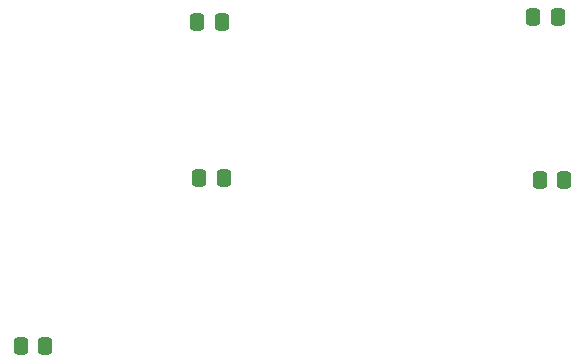
<source format=gbr>
%TF.GenerationSoftware,KiCad,Pcbnew,9.0.2*%
%TF.CreationDate,2025-07-27T17:40:09+01:00*%
%TF.ProjectId,Pico-Keyboard-Matrix-Interface,5069636f-2d4b-4657-9962-6f6172642d4d,rev?*%
%TF.SameCoordinates,Original*%
%TF.FileFunction,Paste,Bot*%
%TF.FilePolarity,Positive*%
%FSLAX46Y46*%
G04 Gerber Fmt 4.6, Leading zero omitted, Abs format (unit mm)*
G04 Created by KiCad (PCBNEW 9.0.2) date 2025-07-27 17:40:09*
%MOMM*%
%LPD*%
G01*
G04 APERTURE LIST*
G04 Aperture macros list*
%AMRoundRect*
0 Rectangle with rounded corners*
0 $1 Rounding radius*
0 $2 $3 $4 $5 $6 $7 $8 $9 X,Y pos of 4 corners*
0 Add a 4 corners polygon primitive as box body*
4,1,4,$2,$3,$4,$5,$6,$7,$8,$9,$2,$3,0*
0 Add four circle primitives for the rounded corners*
1,1,$1+$1,$2,$3*
1,1,$1+$1,$4,$5*
1,1,$1+$1,$6,$7*
1,1,$1+$1,$8,$9*
0 Add four rect primitives between the rounded corners*
20,1,$1+$1,$2,$3,$4,$5,0*
20,1,$1+$1,$4,$5,$6,$7,0*
20,1,$1+$1,$6,$7,$8,$9,0*
20,1,$1+$1,$8,$9,$2,$3,0*%
G04 Aperture macros list end*
%ADD10RoundRect,0.250000X-0.337500X-0.475000X0.337500X-0.475000X0.337500X0.475000X-0.337500X0.475000X0*%
G04 APERTURE END LIST*
D10*
%TO.C,DC4*%
X118162500Y-66500000D03*
X120237500Y-66500000D03*
%TD*%
%TO.C,DC1*%
X89162500Y-53100000D03*
X91237500Y-53100000D03*
%TD*%
%TO.C,DC3*%
X117650000Y-52750000D03*
X119725000Y-52750000D03*
%TD*%
%TO.C,DC5*%
X74250000Y-80550000D03*
X76325000Y-80550000D03*
%TD*%
%TO.C,DC2*%
X89362500Y-66350000D03*
X91437500Y-66350000D03*
%TD*%
M02*

</source>
